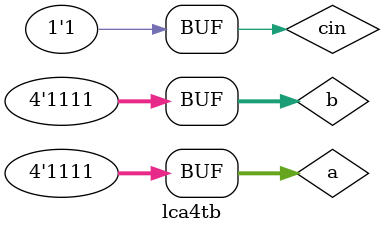
<source format=v>
module lca4tb;

reg [3:0] a,b;
reg cin;
wire cout;
wire [3:0] sum;

lca_4 test(
.a(a),
.b(b),
.cin(cin),
.cout(cout),
.sum(sum)
);

initial begin
	a = 4'b1001;
	b = 4'b0110;
	cin = 0;
	#10;
	cin = 1;
	#10;
	a = 4'b0000;
	b = 4'b1111;
	cin = 0;
	#10;
	cin = 1;
	#10;
	a = 4'b1010;
	b = 4'b1010;
	cin = 0;
	#10;
	cin = 1;
	#10;
	a = 4'b1111;
	b = 4'b1111;
	cin = 0;
	#10;
	cin = 1;

end

endmodule 
</source>
